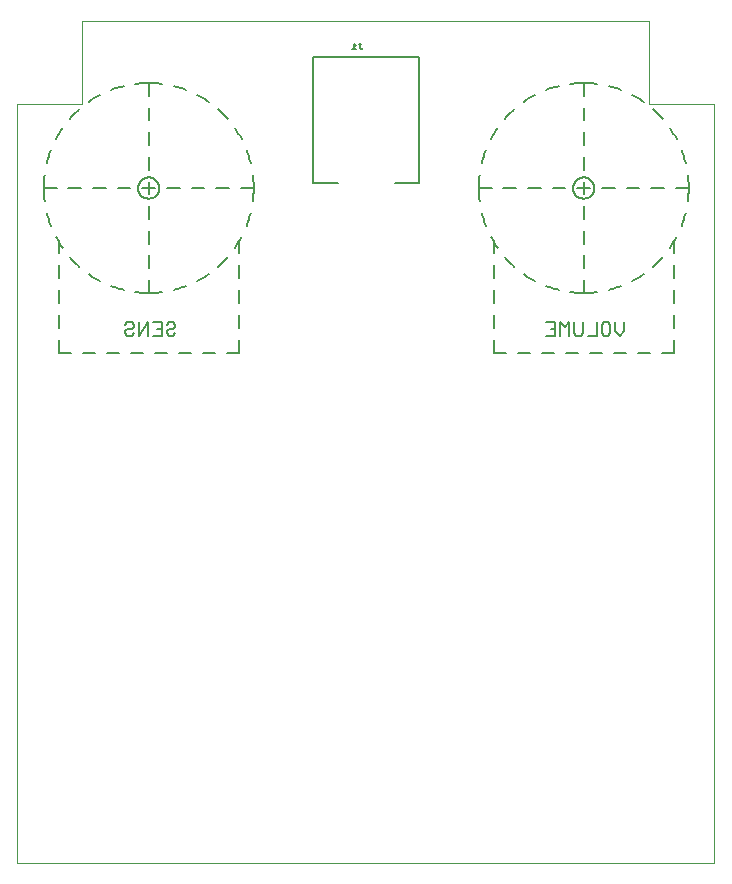
<source format=gbo>
G75*
%MOIN*%
%OFA0B0*%
%FSLAX25Y25*%
%IPPOS*%
%LPD*%
%AMOC8*
5,1,8,0,0,1.08239X$1,22.5*
%
%ADD10C,0.00500*%
%ADD11C,0.00600*%
%ADD12C,0.00800*%
%ADD13C,0.00000*%
D10*
X0018750Y0175663D02*
X0022805Y0175663D01*
X0026742Y0175663D02*
X0030797Y0175663D01*
X0034734Y0175663D02*
X0038789Y0175663D01*
X0042726Y0175663D02*
X0046781Y0175663D01*
X0050719Y0175663D02*
X0054774Y0175663D01*
X0058711Y0175663D02*
X0062766Y0175663D01*
X0066703Y0175663D02*
X0070758Y0175663D01*
X0074695Y0175663D02*
X0078750Y0175663D01*
X0078750Y0180001D01*
X0078750Y0183938D02*
X0078750Y0188276D01*
X0078750Y0192213D02*
X0078750Y0196550D01*
X0078750Y0200487D02*
X0078750Y0204825D01*
X0078750Y0208762D02*
X0078750Y0213100D01*
X0079472Y0230600D02*
X0083750Y0230600D01*
X0075535Y0230600D02*
X0071257Y0230600D01*
X0067320Y0230600D02*
X0063041Y0230600D01*
X0059104Y0230600D02*
X0054826Y0230600D01*
X0050889Y0230600D02*
X0046611Y0230600D01*
X0014757Y0238935D02*
X0014943Y0239658D01*
X0015143Y0240377D01*
X0015360Y0241092D01*
X0015591Y0241802D01*
X0015837Y0242507D01*
X0016099Y0243206D01*
X0018028Y0230600D02*
X0013750Y0230600D01*
X0021965Y0230600D02*
X0026243Y0230600D01*
X0030180Y0230600D02*
X0034459Y0230600D01*
X0038396Y0230600D02*
X0042674Y0230600D01*
X0022469Y0253715D02*
X0022968Y0254271D01*
X0023479Y0254815D01*
X0024001Y0255349D01*
X0024535Y0255871D01*
X0025079Y0256382D01*
X0025635Y0256881D01*
X0048750Y0257385D02*
X0048750Y0253107D01*
X0048750Y0249170D02*
X0048750Y0244891D01*
X0048750Y0240954D02*
X0048750Y0236676D01*
X0048750Y0232739D02*
X0048750Y0228461D01*
X0040414Y0196607D02*
X0039691Y0196793D01*
X0038972Y0196994D01*
X0038258Y0197210D01*
X0037548Y0197441D01*
X0036843Y0197688D01*
X0036144Y0197949D01*
X0048750Y0199878D02*
X0048750Y0195600D01*
X0048750Y0203815D02*
X0048750Y0208093D01*
X0048750Y0212030D02*
X0048750Y0216309D01*
X0048750Y0220246D02*
X0048750Y0224524D01*
X0057086Y0196607D02*
X0057809Y0196793D01*
X0058528Y0196994D01*
X0059242Y0197210D01*
X0059952Y0197441D01*
X0060657Y0197688D01*
X0061356Y0197949D01*
X0020041Y0210581D02*
X0019620Y0211198D01*
X0019213Y0211823D01*
X0018819Y0212457D01*
X0018439Y0213100D01*
X0018073Y0213750D01*
X0017720Y0214409D01*
X0018750Y0213100D02*
X0018750Y0208762D01*
X0018750Y0204825D02*
X0018750Y0200487D01*
X0018750Y0196550D02*
X0018750Y0192213D01*
X0018750Y0188276D02*
X0018750Y0183938D01*
X0018750Y0180001D02*
X0018750Y0175663D01*
X0077459Y0210581D02*
X0077880Y0211198D01*
X0078287Y0211823D01*
X0078681Y0212457D01*
X0079061Y0213100D01*
X0079427Y0213750D01*
X0079780Y0214409D01*
X0082743Y0238935D02*
X0082557Y0239658D01*
X0082357Y0240377D01*
X0082140Y0241092D01*
X0081909Y0241802D01*
X0081663Y0242507D01*
X0081401Y0243206D01*
X0075031Y0253715D02*
X0074532Y0254271D01*
X0074021Y0254815D01*
X0073499Y0255349D01*
X0072965Y0255871D01*
X0072421Y0256382D01*
X0071865Y0256881D01*
X0048750Y0261322D02*
X0048750Y0265600D01*
X0057085Y0264593D02*
X0057808Y0264407D01*
X0058527Y0264207D01*
X0059242Y0263990D01*
X0059952Y0263759D01*
X0060657Y0263513D01*
X0061356Y0263251D01*
X0083464Y0235067D02*
X0083551Y0234325D01*
X0083623Y0233582D01*
X0083678Y0232838D01*
X0083718Y0232092D01*
X0083742Y0231346D01*
X0083750Y0230600D01*
X0079780Y0246791D02*
X0079427Y0247449D01*
X0079061Y0248100D01*
X0078681Y0248742D01*
X0078287Y0249377D01*
X0077880Y0250002D01*
X0077459Y0250619D01*
X0053217Y0265314D02*
X0052475Y0265401D01*
X0051732Y0265473D01*
X0050988Y0265528D01*
X0050242Y0265568D01*
X0049496Y0265592D01*
X0048750Y0265600D01*
X0040415Y0264593D02*
X0039692Y0264407D01*
X0038973Y0264207D01*
X0038258Y0263990D01*
X0037548Y0263759D01*
X0036843Y0263513D01*
X0036144Y0263251D01*
X0044283Y0265314D02*
X0045025Y0265401D01*
X0045768Y0265473D01*
X0046512Y0265528D01*
X0047258Y0265568D01*
X0048004Y0265592D01*
X0048750Y0265600D01*
X0064941Y0261630D02*
X0065599Y0261277D01*
X0066250Y0260911D01*
X0066892Y0260531D01*
X0067527Y0260137D01*
X0068152Y0259730D01*
X0068769Y0259309D01*
X0032559Y0261630D02*
X0031901Y0261277D01*
X0031250Y0260911D01*
X0030608Y0260531D01*
X0029973Y0260137D01*
X0029348Y0259730D01*
X0028731Y0259309D01*
X0014036Y0235067D02*
X0013949Y0234325D01*
X0013877Y0233582D01*
X0013822Y0232838D01*
X0013782Y0232092D01*
X0013758Y0231346D01*
X0013750Y0230600D01*
X0017720Y0246791D02*
X0018073Y0247449D01*
X0018439Y0248100D01*
X0018819Y0248742D01*
X0019213Y0249377D01*
X0019620Y0250002D01*
X0020041Y0250619D01*
X0014757Y0222264D02*
X0014943Y0221541D01*
X0015144Y0220822D01*
X0015360Y0220108D01*
X0015591Y0219398D01*
X0015838Y0218693D01*
X0016099Y0217994D01*
X0048750Y0195600D02*
X0049497Y0195608D01*
X0050243Y0195632D01*
X0050988Y0195672D01*
X0051733Y0195727D01*
X0052476Y0195799D01*
X0053217Y0195886D01*
X0025635Y0204319D02*
X0025079Y0204818D01*
X0024535Y0205329D01*
X0024001Y0205851D01*
X0023479Y0206385D01*
X0022968Y0206929D01*
X0022469Y0207485D01*
X0071865Y0204319D02*
X0072421Y0204818D01*
X0072965Y0205329D01*
X0073499Y0205851D01*
X0074021Y0206385D01*
X0074532Y0206929D01*
X0075031Y0207485D01*
X0048750Y0195600D02*
X0048003Y0195608D01*
X0047257Y0195632D01*
X0046512Y0195672D01*
X0045767Y0195727D01*
X0045024Y0195799D01*
X0044283Y0195886D01*
X0045215Y0230600D02*
X0045217Y0230719D01*
X0045223Y0230837D01*
X0045233Y0230956D01*
X0045247Y0231074D01*
X0045265Y0231191D01*
X0045287Y0231308D01*
X0045312Y0231424D01*
X0045342Y0231539D01*
X0045375Y0231653D01*
X0045413Y0231766D01*
X0045454Y0231877D01*
X0045498Y0231987D01*
X0045547Y0232095D01*
X0045599Y0232202D01*
X0045655Y0232307D01*
X0045714Y0232410D01*
X0045776Y0232511D01*
X0045842Y0232610D01*
X0045911Y0232707D01*
X0045984Y0232801D01*
X0046059Y0232892D01*
X0046138Y0232982D01*
X0046219Y0233068D01*
X0046303Y0233152D01*
X0046391Y0233232D01*
X0046480Y0233310D01*
X0046573Y0233385D01*
X0046667Y0233456D01*
X0046765Y0233525D01*
X0046864Y0233590D01*
X0046965Y0233651D01*
X0047069Y0233710D01*
X0047174Y0233764D01*
X0047282Y0233816D01*
X0047390Y0233863D01*
X0047501Y0233907D01*
X0047613Y0233947D01*
X0047726Y0233983D01*
X0047840Y0234016D01*
X0047955Y0234044D01*
X0048071Y0234069D01*
X0048188Y0234090D01*
X0048306Y0234107D01*
X0048424Y0234120D01*
X0048542Y0234129D01*
X0048661Y0234134D01*
X0048780Y0234135D01*
X0048898Y0234132D01*
X0049017Y0234125D01*
X0049135Y0234114D01*
X0049253Y0234099D01*
X0049370Y0234080D01*
X0049487Y0234057D01*
X0049603Y0234031D01*
X0049717Y0234000D01*
X0049831Y0233966D01*
X0049944Y0233927D01*
X0050055Y0233885D01*
X0050164Y0233840D01*
X0050272Y0233790D01*
X0050379Y0233737D01*
X0050483Y0233681D01*
X0050586Y0233621D01*
X0050686Y0233558D01*
X0050784Y0233491D01*
X0050880Y0233421D01*
X0050974Y0233348D01*
X0051065Y0233272D01*
X0051153Y0233192D01*
X0051239Y0233110D01*
X0051322Y0233025D01*
X0051402Y0232937D01*
X0051479Y0232847D01*
X0051553Y0232754D01*
X0051624Y0232659D01*
X0051691Y0232561D01*
X0051756Y0232461D01*
X0051816Y0232359D01*
X0051874Y0232255D01*
X0051928Y0232149D01*
X0051978Y0232041D01*
X0052024Y0231932D01*
X0052067Y0231821D01*
X0052106Y0231709D01*
X0052142Y0231596D01*
X0052173Y0231481D01*
X0052201Y0231366D01*
X0052225Y0231250D01*
X0052245Y0231132D01*
X0052261Y0231015D01*
X0052273Y0230897D01*
X0052281Y0230778D01*
X0052285Y0230659D01*
X0052285Y0230541D01*
X0052281Y0230422D01*
X0052273Y0230303D01*
X0052261Y0230185D01*
X0052245Y0230068D01*
X0052225Y0229950D01*
X0052201Y0229834D01*
X0052173Y0229719D01*
X0052142Y0229604D01*
X0052106Y0229491D01*
X0052067Y0229379D01*
X0052024Y0229268D01*
X0051978Y0229159D01*
X0051928Y0229051D01*
X0051874Y0228945D01*
X0051816Y0228841D01*
X0051756Y0228739D01*
X0051691Y0228639D01*
X0051624Y0228541D01*
X0051553Y0228446D01*
X0051479Y0228353D01*
X0051402Y0228263D01*
X0051322Y0228175D01*
X0051239Y0228090D01*
X0051153Y0228008D01*
X0051065Y0227928D01*
X0050974Y0227852D01*
X0050880Y0227779D01*
X0050784Y0227709D01*
X0050686Y0227642D01*
X0050586Y0227579D01*
X0050483Y0227519D01*
X0050379Y0227463D01*
X0050272Y0227410D01*
X0050164Y0227360D01*
X0050055Y0227315D01*
X0049944Y0227273D01*
X0049831Y0227234D01*
X0049717Y0227200D01*
X0049603Y0227169D01*
X0049487Y0227143D01*
X0049370Y0227120D01*
X0049253Y0227101D01*
X0049135Y0227086D01*
X0049017Y0227075D01*
X0048898Y0227068D01*
X0048780Y0227065D01*
X0048661Y0227066D01*
X0048542Y0227071D01*
X0048424Y0227080D01*
X0048306Y0227093D01*
X0048188Y0227110D01*
X0048071Y0227131D01*
X0047955Y0227156D01*
X0047840Y0227184D01*
X0047726Y0227217D01*
X0047613Y0227253D01*
X0047501Y0227293D01*
X0047390Y0227337D01*
X0047282Y0227384D01*
X0047174Y0227436D01*
X0047069Y0227490D01*
X0046965Y0227549D01*
X0046864Y0227610D01*
X0046765Y0227675D01*
X0046667Y0227744D01*
X0046573Y0227815D01*
X0046480Y0227890D01*
X0046391Y0227968D01*
X0046303Y0228048D01*
X0046219Y0228132D01*
X0046138Y0228218D01*
X0046059Y0228308D01*
X0045984Y0228399D01*
X0045911Y0228493D01*
X0045842Y0228590D01*
X0045776Y0228689D01*
X0045714Y0228790D01*
X0045655Y0228893D01*
X0045599Y0228998D01*
X0045547Y0229105D01*
X0045498Y0229213D01*
X0045454Y0229323D01*
X0045413Y0229434D01*
X0045375Y0229547D01*
X0045342Y0229661D01*
X0045312Y0229776D01*
X0045287Y0229892D01*
X0045265Y0230009D01*
X0045247Y0230126D01*
X0045233Y0230244D01*
X0045223Y0230363D01*
X0045217Y0230481D01*
X0045215Y0230600D01*
X0083464Y0226133D02*
X0083551Y0226874D01*
X0083623Y0227617D01*
X0083678Y0228362D01*
X0083718Y0229107D01*
X0083742Y0229853D01*
X0083750Y0230600D01*
X0014036Y0226133D02*
X0013949Y0226874D01*
X0013877Y0227617D01*
X0013822Y0228362D01*
X0013782Y0229107D01*
X0013758Y0229853D01*
X0013750Y0230600D01*
X0064941Y0199570D02*
X0065600Y0199923D01*
X0066250Y0200289D01*
X0066893Y0200669D01*
X0067527Y0201063D01*
X0068152Y0201470D01*
X0068769Y0201891D01*
X0032559Y0199570D02*
X0031900Y0199923D01*
X0031250Y0200289D01*
X0030607Y0200669D01*
X0029973Y0201063D01*
X0029348Y0201470D01*
X0028731Y0201891D01*
X0081401Y0217994D02*
X0081662Y0218693D01*
X0081909Y0219398D01*
X0082140Y0220108D01*
X0082356Y0220822D01*
X0082557Y0221541D01*
X0082743Y0222264D01*
X0116542Y0276775D02*
X0117810Y0276775D01*
X0117176Y0276775D02*
X0117176Y0278677D01*
X0117810Y0278043D01*
X0118752Y0278677D02*
X0119386Y0278677D01*
X0119069Y0278677D02*
X0119069Y0277092D01*
X0119386Y0276775D01*
X0119703Y0276775D01*
X0120020Y0277092D01*
X0158750Y0230600D02*
X0163028Y0230600D01*
X0166965Y0230600D02*
X0171243Y0230600D01*
X0175180Y0230600D02*
X0179459Y0230600D01*
X0183396Y0230600D02*
X0187674Y0230600D01*
X0191611Y0230600D02*
X0195889Y0230600D01*
X0227743Y0238935D02*
X0227557Y0239658D01*
X0227357Y0240377D01*
X0227140Y0241092D01*
X0226909Y0241802D01*
X0226663Y0242507D01*
X0226401Y0243206D01*
X0224472Y0230600D02*
X0228750Y0230600D01*
X0220535Y0230600D02*
X0216257Y0230600D01*
X0212320Y0230600D02*
X0208041Y0230600D01*
X0204104Y0230600D02*
X0199826Y0230600D01*
X0220031Y0253715D02*
X0219532Y0254271D01*
X0219021Y0254815D01*
X0218499Y0255349D01*
X0217965Y0255871D01*
X0217421Y0256382D01*
X0216865Y0256881D01*
X0193750Y0257385D02*
X0193750Y0253107D01*
X0193750Y0249170D02*
X0193750Y0244891D01*
X0193750Y0240954D02*
X0193750Y0236676D01*
X0193750Y0232739D02*
X0193750Y0228461D01*
X0185414Y0196607D02*
X0184691Y0196793D01*
X0183972Y0196994D01*
X0183258Y0197210D01*
X0182548Y0197441D01*
X0181843Y0197688D01*
X0181144Y0197949D01*
X0193750Y0199878D02*
X0193750Y0195600D01*
X0193750Y0203815D02*
X0193750Y0208093D01*
X0193750Y0212030D02*
X0193750Y0216309D01*
X0193750Y0220246D02*
X0193750Y0224524D01*
X0202086Y0196607D02*
X0202809Y0196793D01*
X0203528Y0196994D01*
X0204242Y0197210D01*
X0204952Y0197441D01*
X0205657Y0197688D01*
X0206356Y0197949D01*
X0223750Y0196550D02*
X0223750Y0192213D01*
X0223750Y0188276D02*
X0223750Y0183938D01*
X0223750Y0180001D02*
X0223750Y0175663D01*
X0219695Y0175663D01*
X0215758Y0175663D02*
X0211703Y0175663D01*
X0207766Y0175663D02*
X0203711Y0175663D01*
X0199774Y0175663D02*
X0195719Y0175663D01*
X0191781Y0175663D02*
X0187726Y0175663D01*
X0183789Y0175663D02*
X0179734Y0175663D01*
X0175797Y0175663D02*
X0171742Y0175663D01*
X0167805Y0175663D02*
X0163750Y0175663D01*
X0163750Y0180001D01*
X0163750Y0183938D02*
X0163750Y0188276D01*
X0163750Y0192213D02*
X0163750Y0196550D01*
X0163750Y0200487D02*
X0163750Y0204825D01*
X0163750Y0208762D02*
X0163750Y0213100D01*
X0159757Y0238935D02*
X0159943Y0239658D01*
X0160143Y0240377D01*
X0160360Y0241092D01*
X0160591Y0241802D01*
X0160837Y0242507D01*
X0161099Y0243206D01*
X0167469Y0253715D02*
X0167968Y0254271D01*
X0168479Y0254815D01*
X0169001Y0255349D01*
X0169535Y0255871D01*
X0170079Y0256382D01*
X0170635Y0256881D01*
X0193750Y0261322D02*
X0193750Y0265600D01*
X0202085Y0264593D02*
X0202808Y0264407D01*
X0203527Y0264207D01*
X0204242Y0263990D01*
X0204952Y0263759D01*
X0205657Y0263513D01*
X0206356Y0263251D01*
X0228464Y0235067D02*
X0228551Y0234325D01*
X0228623Y0233582D01*
X0228678Y0232838D01*
X0228718Y0232092D01*
X0228742Y0231346D01*
X0228750Y0230600D01*
X0223750Y0213100D02*
X0223750Y0208762D01*
X0223750Y0204825D02*
X0223750Y0200487D01*
X0165041Y0210581D02*
X0164620Y0211198D01*
X0164213Y0211823D01*
X0163819Y0212457D01*
X0163439Y0213100D01*
X0163073Y0213750D01*
X0162720Y0214409D01*
X0162720Y0246791D02*
X0163073Y0247449D01*
X0163439Y0248100D01*
X0163819Y0248742D01*
X0164213Y0249377D01*
X0164620Y0250002D01*
X0165041Y0250619D01*
X0181144Y0263251D02*
X0181843Y0263513D01*
X0182548Y0263759D01*
X0183258Y0263990D01*
X0183973Y0264207D01*
X0184692Y0264407D01*
X0185415Y0264593D01*
X0159036Y0235067D02*
X0158949Y0234325D01*
X0158877Y0233582D01*
X0158822Y0232838D01*
X0158782Y0232092D01*
X0158758Y0231346D01*
X0158750Y0230600D01*
X0189283Y0265314D02*
X0190025Y0265401D01*
X0190768Y0265473D01*
X0191512Y0265528D01*
X0192258Y0265568D01*
X0193004Y0265592D01*
X0193750Y0265600D01*
X0209941Y0261630D02*
X0210599Y0261277D01*
X0211250Y0260911D01*
X0211892Y0260531D01*
X0212527Y0260137D01*
X0213152Y0259730D01*
X0213769Y0259309D01*
X0198217Y0265314D02*
X0197475Y0265401D01*
X0196732Y0265473D01*
X0195988Y0265528D01*
X0195242Y0265568D01*
X0194496Y0265592D01*
X0193750Y0265600D01*
X0177559Y0261630D02*
X0176901Y0261277D01*
X0176250Y0260911D01*
X0175608Y0260531D01*
X0174973Y0260137D01*
X0174348Y0259730D01*
X0173731Y0259309D01*
X0222459Y0250619D02*
X0222880Y0250002D01*
X0223287Y0249377D01*
X0223681Y0248742D01*
X0224061Y0248100D01*
X0224427Y0247449D01*
X0224780Y0246791D01*
X0158750Y0230600D02*
X0158758Y0229853D01*
X0158782Y0229107D01*
X0158822Y0228362D01*
X0158877Y0227617D01*
X0158949Y0226874D01*
X0159036Y0226133D01*
X0193750Y0195600D02*
X0194497Y0195608D01*
X0195243Y0195632D01*
X0195988Y0195672D01*
X0196733Y0195727D01*
X0197476Y0195799D01*
X0198217Y0195886D01*
X0170635Y0204319D02*
X0170079Y0204818D01*
X0169535Y0205329D01*
X0169001Y0205851D01*
X0168479Y0206385D01*
X0167968Y0206929D01*
X0167469Y0207485D01*
X0222459Y0210581D02*
X0222880Y0211198D01*
X0223287Y0211823D01*
X0223681Y0212457D01*
X0224061Y0213100D01*
X0224427Y0213750D01*
X0224780Y0214409D01*
X0193750Y0195600D02*
X0193003Y0195608D01*
X0192257Y0195632D01*
X0191512Y0195672D01*
X0190767Y0195727D01*
X0190024Y0195799D01*
X0189283Y0195886D01*
X0216865Y0204319D02*
X0217421Y0204818D01*
X0217965Y0205329D01*
X0218499Y0205851D01*
X0219021Y0206385D01*
X0219532Y0206929D01*
X0220031Y0207485D01*
X0190215Y0230600D02*
X0190217Y0230719D01*
X0190223Y0230837D01*
X0190233Y0230956D01*
X0190247Y0231074D01*
X0190265Y0231191D01*
X0190287Y0231308D01*
X0190312Y0231424D01*
X0190342Y0231539D01*
X0190375Y0231653D01*
X0190413Y0231766D01*
X0190454Y0231877D01*
X0190498Y0231987D01*
X0190547Y0232095D01*
X0190599Y0232202D01*
X0190655Y0232307D01*
X0190714Y0232410D01*
X0190776Y0232511D01*
X0190842Y0232610D01*
X0190911Y0232707D01*
X0190984Y0232801D01*
X0191059Y0232892D01*
X0191138Y0232982D01*
X0191219Y0233068D01*
X0191303Y0233152D01*
X0191391Y0233232D01*
X0191480Y0233310D01*
X0191573Y0233385D01*
X0191667Y0233456D01*
X0191765Y0233525D01*
X0191864Y0233590D01*
X0191965Y0233651D01*
X0192069Y0233710D01*
X0192174Y0233764D01*
X0192282Y0233816D01*
X0192390Y0233863D01*
X0192501Y0233907D01*
X0192613Y0233947D01*
X0192726Y0233983D01*
X0192840Y0234016D01*
X0192955Y0234044D01*
X0193071Y0234069D01*
X0193188Y0234090D01*
X0193306Y0234107D01*
X0193424Y0234120D01*
X0193542Y0234129D01*
X0193661Y0234134D01*
X0193780Y0234135D01*
X0193898Y0234132D01*
X0194017Y0234125D01*
X0194135Y0234114D01*
X0194253Y0234099D01*
X0194370Y0234080D01*
X0194487Y0234057D01*
X0194603Y0234031D01*
X0194717Y0234000D01*
X0194831Y0233966D01*
X0194944Y0233927D01*
X0195055Y0233885D01*
X0195164Y0233840D01*
X0195272Y0233790D01*
X0195379Y0233737D01*
X0195483Y0233681D01*
X0195586Y0233621D01*
X0195686Y0233558D01*
X0195784Y0233491D01*
X0195880Y0233421D01*
X0195974Y0233348D01*
X0196065Y0233272D01*
X0196153Y0233192D01*
X0196239Y0233110D01*
X0196322Y0233025D01*
X0196402Y0232937D01*
X0196479Y0232847D01*
X0196553Y0232754D01*
X0196624Y0232659D01*
X0196691Y0232561D01*
X0196756Y0232461D01*
X0196816Y0232359D01*
X0196874Y0232255D01*
X0196928Y0232149D01*
X0196978Y0232041D01*
X0197024Y0231932D01*
X0197067Y0231821D01*
X0197106Y0231709D01*
X0197142Y0231596D01*
X0197173Y0231481D01*
X0197201Y0231366D01*
X0197225Y0231250D01*
X0197245Y0231132D01*
X0197261Y0231015D01*
X0197273Y0230897D01*
X0197281Y0230778D01*
X0197285Y0230659D01*
X0197285Y0230541D01*
X0197281Y0230422D01*
X0197273Y0230303D01*
X0197261Y0230185D01*
X0197245Y0230068D01*
X0197225Y0229950D01*
X0197201Y0229834D01*
X0197173Y0229719D01*
X0197142Y0229604D01*
X0197106Y0229491D01*
X0197067Y0229379D01*
X0197024Y0229268D01*
X0196978Y0229159D01*
X0196928Y0229051D01*
X0196874Y0228945D01*
X0196816Y0228841D01*
X0196756Y0228739D01*
X0196691Y0228639D01*
X0196624Y0228541D01*
X0196553Y0228446D01*
X0196479Y0228353D01*
X0196402Y0228263D01*
X0196322Y0228175D01*
X0196239Y0228090D01*
X0196153Y0228008D01*
X0196065Y0227928D01*
X0195974Y0227852D01*
X0195880Y0227779D01*
X0195784Y0227709D01*
X0195686Y0227642D01*
X0195586Y0227579D01*
X0195483Y0227519D01*
X0195379Y0227463D01*
X0195272Y0227410D01*
X0195164Y0227360D01*
X0195055Y0227315D01*
X0194944Y0227273D01*
X0194831Y0227234D01*
X0194717Y0227200D01*
X0194603Y0227169D01*
X0194487Y0227143D01*
X0194370Y0227120D01*
X0194253Y0227101D01*
X0194135Y0227086D01*
X0194017Y0227075D01*
X0193898Y0227068D01*
X0193780Y0227065D01*
X0193661Y0227066D01*
X0193542Y0227071D01*
X0193424Y0227080D01*
X0193306Y0227093D01*
X0193188Y0227110D01*
X0193071Y0227131D01*
X0192955Y0227156D01*
X0192840Y0227184D01*
X0192726Y0227217D01*
X0192613Y0227253D01*
X0192501Y0227293D01*
X0192390Y0227337D01*
X0192282Y0227384D01*
X0192174Y0227436D01*
X0192069Y0227490D01*
X0191965Y0227549D01*
X0191864Y0227610D01*
X0191765Y0227675D01*
X0191667Y0227744D01*
X0191573Y0227815D01*
X0191480Y0227890D01*
X0191391Y0227968D01*
X0191303Y0228048D01*
X0191219Y0228132D01*
X0191138Y0228218D01*
X0191059Y0228308D01*
X0190984Y0228399D01*
X0190911Y0228493D01*
X0190842Y0228590D01*
X0190776Y0228689D01*
X0190714Y0228790D01*
X0190655Y0228893D01*
X0190599Y0228998D01*
X0190547Y0229105D01*
X0190498Y0229213D01*
X0190454Y0229323D01*
X0190413Y0229434D01*
X0190375Y0229547D01*
X0190342Y0229661D01*
X0190312Y0229776D01*
X0190287Y0229892D01*
X0190265Y0230009D01*
X0190247Y0230126D01*
X0190233Y0230244D01*
X0190223Y0230363D01*
X0190217Y0230481D01*
X0190215Y0230600D01*
X0159757Y0222264D02*
X0159943Y0221541D01*
X0160144Y0220822D01*
X0160360Y0220108D01*
X0160591Y0219398D01*
X0160838Y0218693D01*
X0161099Y0217994D01*
X0228464Y0226133D02*
X0228551Y0226874D01*
X0228623Y0227617D01*
X0228678Y0228362D01*
X0228718Y0229107D01*
X0228742Y0229853D01*
X0228750Y0230600D01*
X0227743Y0222264D02*
X0227557Y0221541D01*
X0227356Y0220822D01*
X0227140Y0220108D01*
X0226909Y0219398D01*
X0226662Y0218693D01*
X0226401Y0217994D01*
X0177559Y0199570D02*
X0176900Y0199923D01*
X0176250Y0200289D01*
X0175607Y0200669D01*
X0174973Y0201063D01*
X0174348Y0201470D01*
X0173731Y0201891D01*
X0209941Y0199570D02*
X0210600Y0199923D01*
X0211250Y0200289D01*
X0211893Y0200669D01*
X0212527Y0201063D01*
X0213152Y0201470D01*
X0213769Y0201891D01*
D11*
X0207262Y0185804D02*
X0207262Y0182868D01*
X0205794Y0181400D01*
X0204326Y0182868D01*
X0204326Y0185804D01*
X0202658Y0185070D02*
X0202658Y0182134D01*
X0201924Y0181400D01*
X0200456Y0181400D01*
X0199722Y0182134D01*
X0199722Y0185070D01*
X0200456Y0185804D01*
X0201924Y0185804D01*
X0202658Y0185070D01*
X0198054Y0185804D02*
X0198054Y0181400D01*
X0195118Y0181400D01*
X0193450Y0182134D02*
X0192716Y0181400D01*
X0191248Y0181400D01*
X0190514Y0182134D01*
X0190514Y0185804D01*
X0188846Y0185804D02*
X0187378Y0184336D01*
X0185910Y0185804D01*
X0185910Y0181400D01*
X0184242Y0181400D02*
X0181306Y0181400D01*
X0182774Y0183602D02*
X0184242Y0183602D01*
X0184242Y0185804D02*
X0181306Y0185804D01*
X0184242Y0185804D02*
X0184242Y0181400D01*
X0188846Y0181400D02*
X0188846Y0185804D01*
X0193450Y0185804D02*
X0193450Y0182134D01*
X0057658Y0182134D02*
X0056924Y0181400D01*
X0055456Y0181400D01*
X0054722Y0182134D01*
X0054722Y0182868D01*
X0055456Y0183602D01*
X0056924Y0183602D01*
X0057658Y0184336D01*
X0057658Y0185070D01*
X0056924Y0185804D01*
X0055456Y0185804D01*
X0054722Y0185070D01*
X0053054Y0185804D02*
X0053054Y0181400D01*
X0050118Y0181400D01*
X0048450Y0181400D02*
X0048450Y0185804D01*
X0045514Y0181400D01*
X0045514Y0185804D01*
X0043846Y0185070D02*
X0043846Y0184336D01*
X0043112Y0183602D01*
X0041644Y0183602D01*
X0040910Y0182868D01*
X0040910Y0182134D01*
X0041644Y0181400D01*
X0043112Y0181400D01*
X0043846Y0182134D01*
X0043846Y0185070D02*
X0043112Y0185804D01*
X0041644Y0185804D01*
X0040910Y0185070D01*
X0050118Y0185804D02*
X0053054Y0185804D01*
X0053054Y0183602D02*
X0051586Y0183602D01*
D12*
X0103533Y0232188D02*
X0111801Y0232188D01*
X0103533Y0232188D02*
X0103533Y0274314D01*
X0138967Y0274314D01*
X0138967Y0253448D01*
X0138950Y0254300D02*
X0138950Y0234925D01*
X0138967Y0234944D02*
X0138967Y0232188D01*
X0130699Y0232188D01*
D13*
X0237283Y0005600D02*
X0005000Y0005600D01*
X0005000Y0258631D01*
X0026654Y0258631D01*
X0026654Y0286191D01*
X0215630Y0286191D01*
X0215630Y0258631D01*
X0237283Y0258631D01*
X0237283Y0005600D01*
M02*

</source>
